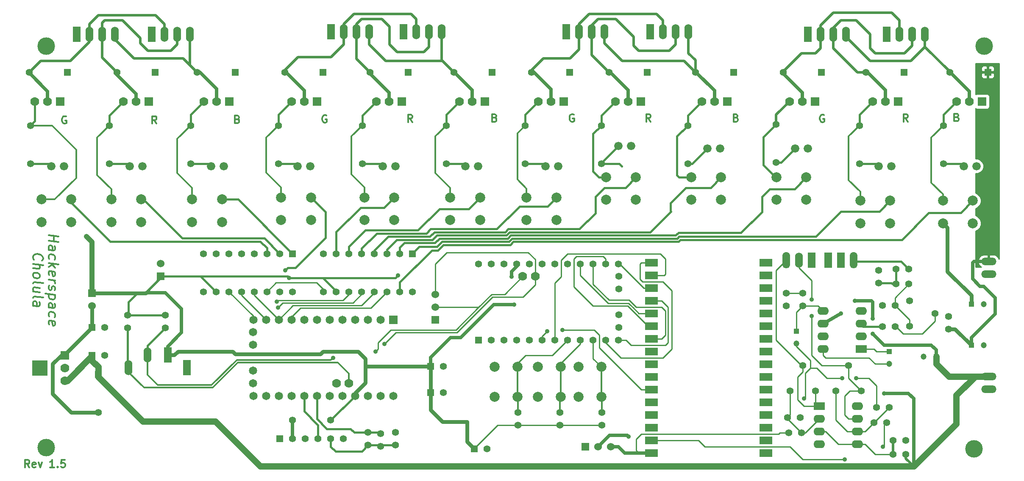
<source format=gtl>
G04 (created by PCBNEW (2013-07-07 BZR 4022)-stable) date 21/01/2015 14:04:33*
%MOIN*%
G04 Gerber Fmt 3.4, Leading zero omitted, Abs format*
%FSLAX34Y34*%
G01*
G70*
G90*
G04 APERTURE LIST*
%ADD10C,0.00590551*%
%ADD11C,0.011811*%
%ADD12C,0.0787402*%
%ADD13R,0.06X0.12*%
%ADD14O,0.06X0.13*%
%ADD15O,0.06X0.12*%
%ADD16R,0.065X0.065*%
%ADD17C,0.065*%
%ADD18C,0.07*%
%ADD19R,0.07X0.07*%
%ADD20R,0.12X0.12*%
%ADD21C,0.055*%
%ADD22C,0.066*%
%ADD23R,0.055X0.055*%
%ADD24R,0.06X0.06*%
%ADD25C,0.06*%
%ADD26R,0.0393701X0.0393701*%
%ADD27C,0.0472441*%
%ADD28C,0.137795*%
%ADD29R,0.09X0.062*%
%ADD30O,0.09X0.062*%
%ADD31O,0.1187X0.0593*%
%ADD32R,0.1X0.0590551*%
%ADD33C,0.035*%
%ADD34C,0.025*%
%ADD35C,0.027*%
%ADD36C,0.05*%
%ADD37C,0.02*%
%ADD38C,0.03*%
%ADD39C,0.01*%
%ADD40C,0.04*%
%ADD41C,0.015*%
%ADD42C,0.012*%
G04 APERTURE END LIST*
G54D10*
G54D11*
X18181Y-40635D02*
X18968Y-40734D01*
X18593Y-40687D02*
X18593Y-41137D01*
X18181Y-41085D02*
X18968Y-41183D01*
X18181Y-41797D02*
X18593Y-41849D01*
X18668Y-41821D01*
X18706Y-41751D01*
X18706Y-41601D01*
X18668Y-41521D01*
X18218Y-41802D02*
X18181Y-41722D01*
X18181Y-41535D01*
X18218Y-41465D01*
X18293Y-41437D01*
X18368Y-41446D01*
X18443Y-41493D01*
X18481Y-41572D01*
X18481Y-41760D01*
X18518Y-41840D01*
X18218Y-42515D02*
X18181Y-42435D01*
X18181Y-42285D01*
X18218Y-42215D01*
X18256Y-42182D01*
X18331Y-42154D01*
X18556Y-42182D01*
X18631Y-42229D01*
X18668Y-42271D01*
X18706Y-42351D01*
X18706Y-42500D01*
X18668Y-42571D01*
X18181Y-42847D02*
X18968Y-42946D01*
X18481Y-42960D02*
X18181Y-43147D01*
X18706Y-43213D02*
X18406Y-42875D01*
X18218Y-43789D02*
X18181Y-43710D01*
X18181Y-43560D01*
X18218Y-43489D01*
X18293Y-43461D01*
X18593Y-43499D01*
X18668Y-43546D01*
X18706Y-43625D01*
X18706Y-43775D01*
X18668Y-43846D01*
X18593Y-43874D01*
X18518Y-43864D01*
X18443Y-43480D01*
X18181Y-44160D02*
X18706Y-44225D01*
X18556Y-44207D02*
X18631Y-44253D01*
X18668Y-44296D01*
X18706Y-44375D01*
X18706Y-44450D01*
X18218Y-44614D02*
X18181Y-44685D01*
X18181Y-44835D01*
X18218Y-44914D01*
X18293Y-44961D01*
X18331Y-44966D01*
X18406Y-44938D01*
X18443Y-44867D01*
X18443Y-44755D01*
X18481Y-44685D01*
X18556Y-44656D01*
X18593Y-44661D01*
X18668Y-44708D01*
X18706Y-44788D01*
X18706Y-44900D01*
X18668Y-44970D01*
X18706Y-45350D02*
X17918Y-45252D01*
X18668Y-45345D02*
X18706Y-45425D01*
X18706Y-45575D01*
X18668Y-45645D01*
X18631Y-45678D01*
X18556Y-45706D01*
X18331Y-45678D01*
X18256Y-45631D01*
X18218Y-45589D01*
X18181Y-45509D01*
X18181Y-45360D01*
X18218Y-45289D01*
X18181Y-46334D02*
X18593Y-46386D01*
X18668Y-46358D01*
X18706Y-46288D01*
X18706Y-46138D01*
X18668Y-46058D01*
X18218Y-46339D02*
X18181Y-46259D01*
X18181Y-46072D01*
X18218Y-46002D01*
X18293Y-45973D01*
X18368Y-45983D01*
X18443Y-46030D01*
X18481Y-46109D01*
X18481Y-46297D01*
X18518Y-46377D01*
X18218Y-47051D02*
X18181Y-46972D01*
X18181Y-46822D01*
X18218Y-46752D01*
X18256Y-46719D01*
X18331Y-46691D01*
X18556Y-46719D01*
X18631Y-46766D01*
X18668Y-46808D01*
X18706Y-46887D01*
X18706Y-47037D01*
X18668Y-47108D01*
X18218Y-47689D02*
X18181Y-47609D01*
X18181Y-47459D01*
X18218Y-47389D01*
X18293Y-47361D01*
X18593Y-47398D01*
X18668Y-47445D01*
X18706Y-47525D01*
X18706Y-47675D01*
X18668Y-47745D01*
X18593Y-47773D01*
X18518Y-47764D01*
X18443Y-47380D01*
X17035Y-42575D02*
X16998Y-42533D01*
X16960Y-42416D01*
X16960Y-42341D01*
X16998Y-42233D01*
X17073Y-42168D01*
X17148Y-42140D01*
X17298Y-42121D01*
X17410Y-42135D01*
X17560Y-42191D01*
X17635Y-42238D01*
X17710Y-42322D01*
X17748Y-42440D01*
X17748Y-42515D01*
X17710Y-42622D01*
X17673Y-42655D01*
X16960Y-42904D02*
X17748Y-43002D01*
X16960Y-43241D02*
X17373Y-43293D01*
X17448Y-43264D01*
X17485Y-43194D01*
X17485Y-43082D01*
X17448Y-43002D01*
X17410Y-42960D01*
X16960Y-43728D02*
X16998Y-43658D01*
X17035Y-43625D01*
X17110Y-43597D01*
X17335Y-43625D01*
X17410Y-43672D01*
X17448Y-43714D01*
X17485Y-43794D01*
X17485Y-43907D01*
X17448Y-43977D01*
X17410Y-44010D01*
X17335Y-44038D01*
X17110Y-44010D01*
X17035Y-43963D01*
X16998Y-43921D01*
X16960Y-43841D01*
X16960Y-43728D01*
X16960Y-44441D02*
X16998Y-44371D01*
X17073Y-44342D01*
X17748Y-44427D01*
X17485Y-45144D02*
X16960Y-45078D01*
X17485Y-44806D02*
X17073Y-44755D01*
X16998Y-44783D01*
X16960Y-44853D01*
X16960Y-44966D01*
X16998Y-45045D01*
X17035Y-45088D01*
X16960Y-45566D02*
X16998Y-45495D01*
X17073Y-45467D01*
X17748Y-45552D01*
X16960Y-46203D02*
X17373Y-46255D01*
X17448Y-46227D01*
X17485Y-46156D01*
X17485Y-46006D01*
X17448Y-45927D01*
X16998Y-46208D02*
X16960Y-46128D01*
X16960Y-45941D01*
X16998Y-45870D01*
X17073Y-45842D01*
X17148Y-45852D01*
X17223Y-45899D01*
X17260Y-45978D01*
X17260Y-46166D01*
X17298Y-46245D01*
X89609Y-31347D02*
X89693Y-31375D01*
X89721Y-31403D01*
X89749Y-31459D01*
X89749Y-31543D01*
X89721Y-31600D01*
X89693Y-31628D01*
X89637Y-31656D01*
X89412Y-31656D01*
X89412Y-31065D01*
X89609Y-31065D01*
X89665Y-31093D01*
X89693Y-31122D01*
X89721Y-31178D01*
X89721Y-31234D01*
X89693Y-31290D01*
X89665Y-31318D01*
X89609Y-31347D01*
X89412Y-31347D01*
X85773Y-31695D02*
X85576Y-31414D01*
X85435Y-31695D02*
X85435Y-31105D01*
X85660Y-31105D01*
X85717Y-31133D01*
X85745Y-31161D01*
X85773Y-31217D01*
X85773Y-31302D01*
X85745Y-31358D01*
X85717Y-31386D01*
X85660Y-31414D01*
X85435Y-31414D01*
X79170Y-31172D02*
X79114Y-31144D01*
X79029Y-31144D01*
X78945Y-31172D01*
X78889Y-31228D01*
X78861Y-31285D01*
X78832Y-31397D01*
X78832Y-31482D01*
X78861Y-31594D01*
X78889Y-31650D01*
X78945Y-31706D01*
X79029Y-31735D01*
X79086Y-31735D01*
X79170Y-31706D01*
X79198Y-31678D01*
X79198Y-31482D01*
X79086Y-31482D01*
X72246Y-31386D02*
X72331Y-31414D01*
X72359Y-31442D01*
X72387Y-31498D01*
X72387Y-31583D01*
X72359Y-31639D01*
X72331Y-31667D01*
X72275Y-31695D01*
X72050Y-31695D01*
X72050Y-31105D01*
X72246Y-31105D01*
X72303Y-31133D01*
X72331Y-31161D01*
X72359Y-31217D01*
X72359Y-31273D01*
X72331Y-31330D01*
X72303Y-31358D01*
X72246Y-31386D01*
X72050Y-31386D01*
X65537Y-31695D02*
X65340Y-31414D01*
X65199Y-31695D02*
X65199Y-31105D01*
X65424Y-31105D01*
X65480Y-31133D01*
X65508Y-31161D01*
X65537Y-31217D01*
X65537Y-31302D01*
X65508Y-31358D01*
X65480Y-31386D01*
X65424Y-31414D01*
X65199Y-31414D01*
X59485Y-31133D02*
X59429Y-31105D01*
X59344Y-31105D01*
X59260Y-31133D01*
X59204Y-31189D01*
X59176Y-31245D01*
X59147Y-31358D01*
X59147Y-31442D01*
X59176Y-31555D01*
X59204Y-31611D01*
X59260Y-31667D01*
X59344Y-31695D01*
X59401Y-31695D01*
X59485Y-31667D01*
X59513Y-31639D01*
X59513Y-31442D01*
X59401Y-31442D01*
X53270Y-31386D02*
X53354Y-31414D01*
X53383Y-31442D01*
X53411Y-31498D01*
X53411Y-31583D01*
X53383Y-31639D01*
X53354Y-31667D01*
X53298Y-31695D01*
X53073Y-31695D01*
X53073Y-31105D01*
X53270Y-31105D01*
X53326Y-31133D01*
X53354Y-31161D01*
X53383Y-31217D01*
X53383Y-31273D01*
X53354Y-31330D01*
X53326Y-31358D01*
X53270Y-31386D01*
X53073Y-31386D01*
X46796Y-31735D02*
X46600Y-31453D01*
X46459Y-31735D02*
X46459Y-31144D01*
X46684Y-31144D01*
X46740Y-31172D01*
X46768Y-31200D01*
X46796Y-31257D01*
X46796Y-31341D01*
X46768Y-31397D01*
X46740Y-31425D01*
X46684Y-31453D01*
X46459Y-31453D01*
X40036Y-31212D02*
X39980Y-31183D01*
X39895Y-31183D01*
X39811Y-31212D01*
X39755Y-31268D01*
X39727Y-31324D01*
X39699Y-31437D01*
X39699Y-31521D01*
X39727Y-31633D01*
X39755Y-31690D01*
X39811Y-31746D01*
X39895Y-31774D01*
X39952Y-31774D01*
X40036Y-31746D01*
X40064Y-31718D01*
X40064Y-31521D01*
X39952Y-31521D01*
X33034Y-31504D02*
X33118Y-31532D01*
X33146Y-31560D01*
X33174Y-31616D01*
X33174Y-31701D01*
X33146Y-31757D01*
X33118Y-31785D01*
X33062Y-31813D01*
X32837Y-31813D01*
X32837Y-31223D01*
X33034Y-31223D01*
X33090Y-31251D01*
X33118Y-31279D01*
X33146Y-31335D01*
X33146Y-31392D01*
X33118Y-31448D01*
X33090Y-31476D01*
X33034Y-31504D01*
X32837Y-31504D01*
X26678Y-31853D02*
X26482Y-31571D01*
X26341Y-31853D02*
X26341Y-31262D01*
X26566Y-31262D01*
X26622Y-31290D01*
X26650Y-31318D01*
X26678Y-31375D01*
X26678Y-31459D01*
X26650Y-31515D01*
X26622Y-31543D01*
X26566Y-31571D01*
X26341Y-31571D01*
X19564Y-31290D02*
X19507Y-31262D01*
X19423Y-31262D01*
X19339Y-31290D01*
X19282Y-31347D01*
X19254Y-31403D01*
X19226Y-31515D01*
X19226Y-31600D01*
X19254Y-31712D01*
X19282Y-31768D01*
X19339Y-31825D01*
X19423Y-31853D01*
X19479Y-31853D01*
X19564Y-31825D01*
X19592Y-31796D01*
X19592Y-31600D01*
X19479Y-31600D01*
X16676Y-58939D02*
X16479Y-58657D01*
X16339Y-58939D02*
X16339Y-58348D01*
X16564Y-58348D01*
X16620Y-58376D01*
X16648Y-58404D01*
X16676Y-58460D01*
X16676Y-58545D01*
X16648Y-58601D01*
X16620Y-58629D01*
X16564Y-58657D01*
X16339Y-58657D01*
X17154Y-58910D02*
X17098Y-58939D01*
X16986Y-58939D01*
X16929Y-58910D01*
X16901Y-58854D01*
X16901Y-58629D01*
X16929Y-58573D01*
X16986Y-58545D01*
X17098Y-58545D01*
X17154Y-58573D01*
X17182Y-58629D01*
X17182Y-58685D01*
X16901Y-58742D01*
X17379Y-58545D02*
X17520Y-58939D01*
X17660Y-58545D01*
X18645Y-58939D02*
X18307Y-58939D01*
X18476Y-58939D02*
X18476Y-58348D01*
X18420Y-58432D01*
X18364Y-58489D01*
X18307Y-58517D01*
X18898Y-58882D02*
X18926Y-58910D01*
X18898Y-58939D01*
X18870Y-58910D01*
X18898Y-58882D01*
X18898Y-58939D01*
X19460Y-58348D02*
X19179Y-58348D01*
X19151Y-58629D01*
X19179Y-58601D01*
X19235Y-58573D01*
X19376Y-58573D01*
X19432Y-58601D01*
X19460Y-58629D01*
X19488Y-58685D01*
X19488Y-58826D01*
X19460Y-58882D01*
X19432Y-58910D01*
X19376Y-58939D01*
X19235Y-58939D01*
X19179Y-58910D01*
X19151Y-58882D01*
G54D12*
X62015Y-36076D03*
X64377Y-36076D03*
X62015Y-37848D03*
X64377Y-37848D03*
G54D13*
X79500Y-42600D03*
X80500Y-42600D03*
G54D14*
X81500Y-42600D03*
G54D15*
X24471Y-51082D03*
X25971Y-50082D03*
G54D13*
X29071Y-51082D03*
X27571Y-50082D03*
G54D16*
X45279Y-47295D03*
G54D17*
X44279Y-47295D03*
X43279Y-47295D03*
X42279Y-47295D03*
X41279Y-47295D03*
X40279Y-47295D03*
X39279Y-47295D03*
X38279Y-47295D03*
X37279Y-47295D03*
X36279Y-47295D03*
X35279Y-47295D03*
X34279Y-47295D03*
X34251Y-48287D03*
X34251Y-49271D03*
X34251Y-51318D03*
X34251Y-52303D03*
X34279Y-53295D03*
X35279Y-53295D03*
X36279Y-53295D03*
X37279Y-53295D03*
X38279Y-53295D03*
X39279Y-53295D03*
X40279Y-53295D03*
X41279Y-53295D03*
X42279Y-53295D03*
X43279Y-53295D03*
X44279Y-53295D03*
X45279Y-53295D03*
G54D18*
X41811Y-52303D03*
X40826Y-52303D03*
X19450Y-52100D03*
X19450Y-51100D03*
G54D19*
X19450Y-50100D03*
G54D20*
X17481Y-51100D03*
G54D21*
X49450Y-35000D03*
X49450Y-32000D03*
X16750Y-35000D03*
X16750Y-32000D03*
X22950Y-35000D03*
X22950Y-32000D03*
X29350Y-35000D03*
X29350Y-32000D03*
X36250Y-35000D03*
X36250Y-32000D03*
X42850Y-35000D03*
X42850Y-32000D03*
X88550Y-35000D03*
X88550Y-32000D03*
X81950Y-35000D03*
X81950Y-32000D03*
X55650Y-35000D03*
X55650Y-32000D03*
X61650Y-35000D03*
X61650Y-32000D03*
X68450Y-35000D03*
X68450Y-32000D03*
G54D22*
X30950Y-35200D03*
X31950Y-35200D03*
X37750Y-35200D03*
X38750Y-35200D03*
X24550Y-35200D03*
X25550Y-35200D03*
X90150Y-35200D03*
X91150Y-35200D03*
X70000Y-33800D03*
X71000Y-33800D03*
X18400Y-35200D03*
X19400Y-35200D03*
X44450Y-35200D03*
X45450Y-35200D03*
X83450Y-35200D03*
X84450Y-35200D03*
X50950Y-35200D03*
X51950Y-35200D03*
X63000Y-33600D03*
X64000Y-33600D03*
X57250Y-35200D03*
X58250Y-35200D03*
G54D23*
X46450Y-27800D03*
G54D21*
X43450Y-27800D03*
G54D23*
X85450Y-27800D03*
G54D21*
X82450Y-27800D03*
G54D23*
X65250Y-27800D03*
G54D21*
X62250Y-27800D03*
G54D23*
X19650Y-27800D03*
G54D21*
X16650Y-27800D03*
G54D23*
X26550Y-27800D03*
G54D21*
X23550Y-27800D03*
G54D23*
X92050Y-27800D03*
G54D21*
X89050Y-27800D03*
G54D23*
X78950Y-27800D03*
G54D21*
X75950Y-27800D03*
G54D23*
X59150Y-27800D03*
G54D21*
X56150Y-27800D03*
G54D23*
X32850Y-27800D03*
G54D21*
X29850Y-27800D03*
G54D23*
X72050Y-27800D03*
G54D21*
X69050Y-27800D03*
G54D23*
X39750Y-27800D03*
G54D21*
X36750Y-27800D03*
G54D23*
X53050Y-27800D03*
G54D21*
X50050Y-27800D03*
G54D18*
X37300Y-30100D03*
X38300Y-30100D03*
G54D19*
X39300Y-30100D03*
G54D18*
X89600Y-30100D03*
X90600Y-30100D03*
G54D19*
X91600Y-30100D03*
G54D18*
X17100Y-30100D03*
X18100Y-30100D03*
G54D19*
X19100Y-30100D03*
G54D18*
X24050Y-30100D03*
X25050Y-30100D03*
G54D19*
X26050Y-30100D03*
G54D18*
X30400Y-30100D03*
X31400Y-30100D03*
G54D19*
X32400Y-30100D03*
G54D18*
X43950Y-30100D03*
X44950Y-30100D03*
G54D19*
X45950Y-30100D03*
G54D18*
X50500Y-30100D03*
X51500Y-30100D03*
G54D19*
X52500Y-30100D03*
G54D18*
X56700Y-30100D03*
X57700Y-30100D03*
G54D19*
X58700Y-30100D03*
G54D18*
X62750Y-30100D03*
X63750Y-30100D03*
G54D19*
X64750Y-30100D03*
G54D18*
X69550Y-30100D03*
X70550Y-30100D03*
G54D19*
X71550Y-30100D03*
G54D18*
X76450Y-30100D03*
X77450Y-30100D03*
G54D19*
X78450Y-30100D03*
G54D18*
X83000Y-30100D03*
X84000Y-30100D03*
G54D19*
X85000Y-30100D03*
G54D23*
X21600Y-50100D03*
G54D21*
X22600Y-50100D03*
G54D23*
X21600Y-47900D03*
G54D21*
X22600Y-47900D03*
G54D24*
X21600Y-45200D03*
G54D25*
X21600Y-46200D03*
G54D12*
X88515Y-37926D03*
X90877Y-37926D03*
X88515Y-39698D03*
X90877Y-39698D03*
X43015Y-37676D03*
X45377Y-37676D03*
X43015Y-39448D03*
X45377Y-39448D03*
X82015Y-37926D03*
X84377Y-37926D03*
X82015Y-39698D03*
X84377Y-39698D03*
X49765Y-37676D03*
X52127Y-37676D03*
X49765Y-39448D03*
X52127Y-39448D03*
X36465Y-37676D03*
X38827Y-37676D03*
X36465Y-39448D03*
X38827Y-39448D03*
X75415Y-36076D03*
X77777Y-36076D03*
X75415Y-37848D03*
X77777Y-37848D03*
X55765Y-37676D03*
X58127Y-37676D03*
X55765Y-39448D03*
X58127Y-39448D03*
X29465Y-37826D03*
X31827Y-37826D03*
X29465Y-39598D03*
X31827Y-39598D03*
X23115Y-37826D03*
X25477Y-37826D03*
X23115Y-39598D03*
X25477Y-39598D03*
X68715Y-36076D03*
X71077Y-36076D03*
X68715Y-37848D03*
X71077Y-37848D03*
X17615Y-37826D03*
X19977Y-37826D03*
X17615Y-39598D03*
X19977Y-39598D03*
G54D21*
X88976Y-48039D03*
X88976Y-47039D03*
G54D23*
X51665Y-57480D03*
G54D21*
X52665Y-57480D03*
G54D26*
X90748Y-46062D03*
G54D27*
X91732Y-46062D03*
G54D26*
X90748Y-49311D03*
G54D27*
X91732Y-49311D03*
G54D21*
X75400Y-34900D03*
X75400Y-31900D03*
G54D15*
X23400Y-24800D03*
X22400Y-24800D03*
X21400Y-24800D03*
G54D13*
X20400Y-24800D03*
G54D15*
X29300Y-24800D03*
X28300Y-24800D03*
X27300Y-24800D03*
G54D13*
X26300Y-24800D03*
G54D15*
X43400Y-24600D03*
X42400Y-24600D03*
X41400Y-24600D03*
G54D13*
X40400Y-24600D03*
G54D15*
X49100Y-24600D03*
X48100Y-24600D03*
X47100Y-24600D03*
G54D13*
X46100Y-24600D03*
G54D15*
X61900Y-24600D03*
X60900Y-24600D03*
X59900Y-24600D03*
G54D13*
X58900Y-24600D03*
G54D15*
X68500Y-24600D03*
X67500Y-24600D03*
X66500Y-24600D03*
G54D13*
X65500Y-24600D03*
G54D15*
X80900Y-24800D03*
X79900Y-24800D03*
X78900Y-24800D03*
G54D13*
X77900Y-24800D03*
G54D15*
X87100Y-24800D03*
X86100Y-24800D03*
X85100Y-24800D03*
G54D13*
X84100Y-24800D03*
G54D23*
X46807Y-42102D03*
G54D21*
X45807Y-42102D03*
X44807Y-42102D03*
X43807Y-42102D03*
X42807Y-42102D03*
X41807Y-42102D03*
X40807Y-42102D03*
X39807Y-42102D03*
X39807Y-45102D03*
X40807Y-45102D03*
X41807Y-45102D03*
X42807Y-45102D03*
X43807Y-45102D03*
X44807Y-45102D03*
X45807Y-45102D03*
X46807Y-45102D03*
G54D23*
X37358Y-42102D03*
G54D21*
X36358Y-42102D03*
X35358Y-42102D03*
X34358Y-42102D03*
X33358Y-42102D03*
X32358Y-42102D03*
X31358Y-42102D03*
X30358Y-42102D03*
X30358Y-45102D03*
X31358Y-45102D03*
X32358Y-45102D03*
X33358Y-45102D03*
X34358Y-45102D03*
X35358Y-45102D03*
X36358Y-45102D03*
X37358Y-45102D03*
G54D12*
X59876Y-53384D03*
X59876Y-51022D03*
X61648Y-53384D03*
X61648Y-51022D03*
X56676Y-53384D03*
X56676Y-51022D03*
X58448Y-53384D03*
X58448Y-51022D03*
X53276Y-53384D03*
X53276Y-51022D03*
X55048Y-53384D03*
X55048Y-51022D03*
G54D23*
X22086Y-51610D03*
G54D21*
X22086Y-54610D03*
G54D24*
X27007Y-43885D03*
G54D25*
X27007Y-42885D03*
G54D23*
X48220Y-50984D03*
G54D21*
X49220Y-50984D03*
G54D23*
X48220Y-53051D03*
G54D21*
X49220Y-53051D03*
G54D22*
X76900Y-33800D03*
X77900Y-33800D03*
G54D28*
X90962Y-57492D03*
X18000Y-57393D03*
X91750Y-25750D03*
X18000Y-25750D03*
G54D23*
X36377Y-56692D03*
G54D21*
X37377Y-56692D03*
X38377Y-56692D03*
X39377Y-56692D03*
X40377Y-56692D03*
X41377Y-56692D03*
X40377Y-55216D03*
X37377Y-55216D03*
G54D29*
X78800Y-54100D03*
G54D30*
X78800Y-55100D03*
X78800Y-56100D03*
X78800Y-57100D03*
X81800Y-57100D03*
X81800Y-56100D03*
X81800Y-55100D03*
X81800Y-54100D03*
G54D29*
X82100Y-49600D03*
G54D30*
X82100Y-48600D03*
X82100Y-47600D03*
X82100Y-46600D03*
X79100Y-46600D03*
X79100Y-47600D03*
X79100Y-48600D03*
X79100Y-49600D03*
G54D26*
X77000Y-48207D03*
G54D27*
X77000Y-49192D03*
G54D26*
X87992Y-50200D03*
G54D27*
X87007Y-50200D03*
G54D21*
X77300Y-55000D03*
X76300Y-55000D03*
X85600Y-56800D03*
X84600Y-56800D03*
X84600Y-57900D03*
X85600Y-57900D03*
X76200Y-45200D03*
X76200Y-46200D03*
X84834Y-44488D03*
X85834Y-44488D03*
X85834Y-43307D03*
X84834Y-43307D03*
X76400Y-56200D03*
X77400Y-56200D03*
G54D31*
X92125Y-43708D03*
X92125Y-42708D03*
X92125Y-52763D03*
X92125Y-51763D03*
G54D26*
X84300Y-49807D03*
G54D27*
X84300Y-50792D03*
G54D21*
X83464Y-44397D03*
X83464Y-43397D03*
X84751Y-46161D03*
X83751Y-46161D03*
X84751Y-47834D03*
X83751Y-47834D03*
X77500Y-46200D03*
X77500Y-45200D03*
X24409Y-46940D03*
X24409Y-47940D03*
X27362Y-46940D03*
X27362Y-47940D03*
X45472Y-56192D03*
X45472Y-57192D03*
X44291Y-57291D03*
X44291Y-56291D03*
X43307Y-56192D03*
X43307Y-57192D03*
G54D13*
X78200Y-42600D03*
G54D15*
X77200Y-42600D03*
G54D14*
X76200Y-42600D03*
G54D32*
X74600Y-57800D03*
X74600Y-56800D03*
X74600Y-55800D03*
X74600Y-54800D03*
X74600Y-53800D03*
X74600Y-52800D03*
X74600Y-51800D03*
X74600Y-50800D03*
X74600Y-49800D03*
X74600Y-48800D03*
X74600Y-47800D03*
X74600Y-46800D03*
X74600Y-45800D03*
X74600Y-44800D03*
X74600Y-43800D03*
X74600Y-42800D03*
X65600Y-42800D03*
X65600Y-43800D03*
X65600Y-44800D03*
X65600Y-45800D03*
X65600Y-46800D03*
X65600Y-47800D03*
X65600Y-48800D03*
X65600Y-49800D03*
X65600Y-50800D03*
X65600Y-51800D03*
X65600Y-52800D03*
X65600Y-53800D03*
X65600Y-54800D03*
X65600Y-55800D03*
X65600Y-56800D03*
X65600Y-57800D03*
G54D21*
X61700Y-55600D03*
X61700Y-54600D03*
X58400Y-55600D03*
X58400Y-54600D03*
X55100Y-55600D03*
X55100Y-54600D03*
X83300Y-54200D03*
X84300Y-54200D03*
X84100Y-55400D03*
X83100Y-55400D03*
G54D23*
X52000Y-48900D03*
G54D21*
X53000Y-48900D03*
X54000Y-48900D03*
X55000Y-48900D03*
X56000Y-48900D03*
X57000Y-48900D03*
X58000Y-48900D03*
X59000Y-48900D03*
X60000Y-48900D03*
X61000Y-48900D03*
X62000Y-48900D03*
X63000Y-48900D03*
X63027Y-47907D03*
X63027Y-46923D03*
X63027Y-44876D03*
X63027Y-43892D03*
X63000Y-42900D03*
X62000Y-42900D03*
X61000Y-42900D03*
X60000Y-42900D03*
X59000Y-42900D03*
X58000Y-42900D03*
X57000Y-42900D03*
X56000Y-42900D03*
X55000Y-42900D03*
X54000Y-42900D03*
X53000Y-42900D03*
X52000Y-42900D03*
G54D18*
X55468Y-43892D03*
X56452Y-43892D03*
G54D24*
X60400Y-57300D03*
G54D25*
X61400Y-57300D03*
X62400Y-57300D03*
G54D24*
X48600Y-47300D03*
G54D25*
X48600Y-46300D03*
X48600Y-45300D03*
G54D21*
X76500Y-52900D03*
X78500Y-52900D03*
X77500Y-50900D03*
X80100Y-52900D03*
X82100Y-52900D03*
X81100Y-50900D03*
X85900Y-45800D03*
X85900Y-47800D03*
X87900Y-46800D03*
G54D33*
X83900Y-53100D03*
X80500Y-46800D03*
X81600Y-45800D03*
X83000Y-47200D03*
X83000Y-48400D03*
X54600Y-43900D03*
X54800Y-46100D03*
X21161Y-40748D03*
X45669Y-43799D03*
X37106Y-43996D03*
X36811Y-43405D03*
X44600Y-49200D03*
X40551Y-50295D03*
X43900Y-49800D03*
X63800Y-56500D03*
X83800Y-57300D03*
X80800Y-58300D03*
X81700Y-51900D03*
X80600Y-51900D03*
X77600Y-53500D03*
X58600Y-48100D03*
X57400Y-48200D03*
X78200Y-45700D03*
X78200Y-47000D03*
X36122Y-45866D03*
X36220Y-46358D03*
G54D34*
X86220Y-53520D02*
X86220Y-58858D01*
X85800Y-53100D02*
X86220Y-53520D01*
X83900Y-53100D02*
X85800Y-53100D01*
G54D35*
X79011Y-47629D02*
X79070Y-47629D01*
X79070Y-47629D02*
X80500Y-46800D01*
X81600Y-45800D02*
X82900Y-45800D01*
X82900Y-45800D02*
X83000Y-45900D01*
X83000Y-45900D02*
X83000Y-47200D01*
X83000Y-48400D02*
X83900Y-49300D01*
X83900Y-49300D02*
X87600Y-49300D01*
X87600Y-49300D02*
X87992Y-49692D01*
X87992Y-49692D02*
X87992Y-50200D01*
G54D36*
X87992Y-50200D02*
X87992Y-50771D01*
X87992Y-50771D02*
X88984Y-51763D01*
G54D37*
X85600Y-57900D02*
X85600Y-58237D01*
X85600Y-58237D02*
X86220Y-58858D01*
G54D36*
X92125Y-51763D02*
X88984Y-51763D01*
X49901Y-58858D02*
X86220Y-58858D01*
X89566Y-53248D02*
X91051Y-51763D01*
X89566Y-55511D02*
X89566Y-53248D01*
X86220Y-58858D02*
X86539Y-58539D01*
X86539Y-58539D02*
X89566Y-55511D01*
X22086Y-51610D02*
X22086Y-51811D01*
X34842Y-58858D02*
X49901Y-58858D01*
X49901Y-58858D02*
X49901Y-58858D01*
X31299Y-55314D02*
X34842Y-58858D01*
X25590Y-55314D02*
X31299Y-55314D01*
X22086Y-51811D02*
X25590Y-55314D01*
X19450Y-52100D02*
X19651Y-52100D01*
X21600Y-50151D02*
X21600Y-50100D01*
X19651Y-52100D02*
X21600Y-50151D01*
X22086Y-51610D02*
X22086Y-51023D01*
X22086Y-51023D02*
X21600Y-50537D01*
X21600Y-50537D02*
X21600Y-50100D01*
G54D38*
X88984Y-51763D02*
X91051Y-51763D01*
X91051Y-51763D02*
X92125Y-51763D01*
G54D34*
X90748Y-49311D02*
X90748Y-48720D01*
X90952Y-42708D02*
X92125Y-42708D01*
X90846Y-42814D02*
X90952Y-42708D01*
X90846Y-44094D02*
X90846Y-42814D01*
X91437Y-44685D02*
X90846Y-44094D01*
X91732Y-44685D02*
X91437Y-44685D01*
X92618Y-45570D02*
X91732Y-44685D01*
X92618Y-46850D02*
X92618Y-45570D01*
X90748Y-48720D02*
X92618Y-46850D01*
G54D38*
X88976Y-48039D02*
X89476Y-48039D01*
X89476Y-48039D02*
X90748Y-49311D01*
G54D35*
X48220Y-50984D02*
X48220Y-50279D01*
X55000Y-43100D02*
X55000Y-42900D01*
X54600Y-43500D02*
X55000Y-43100D01*
X54600Y-43900D02*
X54600Y-43500D01*
X53200Y-46100D02*
X54800Y-46100D01*
X50600Y-48700D02*
X53200Y-46100D01*
X49800Y-48700D02*
X50600Y-48700D01*
X48220Y-50279D02*
X49800Y-48700D01*
G54D39*
X58400Y-55600D02*
X61700Y-55600D01*
X55100Y-55600D02*
X58400Y-55600D01*
X51665Y-57480D02*
X51665Y-57434D01*
X53500Y-55600D02*
X55100Y-55600D01*
X51665Y-57434D02*
X53500Y-55600D01*
G54D40*
X21600Y-45200D02*
X21600Y-41186D01*
X21600Y-41186D02*
X21161Y-40748D01*
G54D38*
X51085Y-55350D02*
X51085Y-56900D01*
X51085Y-56900D02*
X51665Y-57480D01*
X48220Y-53051D02*
X48220Y-54421D01*
X49149Y-55350D02*
X51085Y-55350D01*
X48220Y-54421D02*
X49149Y-55350D01*
X48220Y-53051D02*
X48220Y-50984D01*
X48220Y-50984D02*
X43208Y-50984D01*
X43208Y-50984D02*
X43110Y-50885D01*
X27571Y-50082D02*
X28066Y-50082D01*
X42279Y-53094D02*
X42279Y-53295D01*
X43110Y-52263D02*
X42279Y-53094D01*
X43110Y-50393D02*
X43110Y-50885D01*
X43110Y-50885D02*
X43110Y-52263D01*
X42519Y-49803D02*
X43110Y-50393D01*
X39763Y-49803D02*
X42519Y-49803D01*
X39566Y-50000D02*
X39763Y-49803D01*
X32874Y-50000D02*
X39566Y-50000D01*
X32677Y-49803D02*
X32874Y-50000D01*
X28346Y-49803D02*
X32677Y-49803D01*
X28066Y-50082D02*
X28346Y-49803D01*
G54D41*
X45472Y-43996D02*
X39763Y-43996D01*
X45669Y-43799D02*
X45472Y-43996D01*
X40807Y-45102D02*
X40807Y-45039D01*
X39763Y-43996D02*
X37106Y-43996D01*
X40807Y-45039D02*
X39763Y-43996D01*
X36996Y-43885D02*
X30141Y-43885D01*
X37106Y-43996D02*
X36996Y-43885D01*
X27007Y-43885D02*
X30141Y-43885D01*
X30141Y-43885D02*
X31358Y-45102D01*
G54D38*
X90748Y-46062D02*
X90748Y-45374D01*
X88877Y-40060D02*
X88515Y-39698D01*
X88877Y-43503D02*
X88877Y-40060D01*
X90748Y-45374D02*
X88877Y-43503D01*
G54D41*
X40377Y-55216D02*
X40377Y-55196D01*
X40377Y-55196D02*
X42279Y-53295D01*
G54D34*
X27571Y-50082D02*
X27571Y-49396D01*
X27362Y-45177D02*
X25852Y-45177D01*
X28641Y-46456D02*
X27362Y-45177D01*
X28641Y-48326D02*
X28641Y-46456D01*
X27571Y-49396D02*
X28641Y-48326D01*
G54D41*
X27350Y-46937D02*
X24450Y-46937D01*
X24450Y-46937D02*
X24450Y-45924D01*
X24450Y-45924D02*
X25174Y-45200D01*
G54D37*
X27007Y-43885D02*
X27007Y-44022D01*
X27007Y-44022D02*
X25852Y-45177D01*
X25852Y-45177D02*
X25829Y-45200D01*
G54D38*
X25829Y-45200D02*
X25174Y-45200D01*
X25174Y-45200D02*
X23270Y-45200D01*
X21600Y-45200D02*
X23270Y-45200D01*
G54D41*
X67322Y-41157D02*
X67718Y-41157D01*
X67878Y-40998D02*
X68897Y-40998D01*
X67718Y-41157D02*
X67878Y-40998D01*
X54035Y-41407D02*
X54494Y-41407D01*
X54744Y-41157D02*
X56496Y-41157D01*
X54494Y-41407D02*
X54744Y-41157D01*
X48425Y-41830D02*
X48794Y-41830D01*
X49217Y-41407D02*
X50984Y-41407D01*
X48794Y-41830D02*
X49217Y-41407D01*
X45807Y-45102D02*
X45807Y-44350D01*
X89926Y-38877D02*
X90877Y-37926D01*
X50984Y-41407D02*
X54035Y-41407D01*
X56496Y-41157D02*
X67322Y-41157D01*
X68897Y-40998D02*
X85281Y-40998D01*
X85281Y-40998D02*
X87401Y-38877D01*
X87401Y-38877D02*
X89926Y-38877D01*
X48326Y-41830D02*
X48425Y-41830D01*
X45807Y-44350D02*
X48326Y-41830D01*
X31827Y-37826D02*
X33082Y-37826D01*
X33082Y-37826D02*
X37358Y-42102D01*
X25477Y-37826D02*
X25621Y-37826D01*
X35147Y-40891D02*
X36358Y-42102D01*
X28687Y-40891D02*
X35147Y-40891D01*
X25621Y-37826D02*
X28687Y-40891D01*
X35358Y-42102D02*
X35358Y-41657D01*
X19977Y-38088D02*
X19977Y-37826D01*
X23031Y-41141D02*
X19977Y-38088D01*
X34842Y-41141D02*
X23031Y-41141D01*
X35358Y-41657D02*
X34842Y-41141D01*
X67322Y-40907D02*
X67615Y-40907D01*
X67774Y-40748D02*
X68261Y-40748D01*
X67615Y-40907D02*
X67774Y-40748D01*
X54133Y-41157D02*
X54391Y-41157D01*
X54641Y-40907D02*
X56003Y-40907D01*
X54391Y-41157D02*
X54641Y-40907D01*
X48425Y-41535D02*
X48736Y-41535D01*
X49114Y-41157D02*
X50590Y-41157D01*
X48736Y-41535D02*
X49114Y-41157D01*
X46807Y-42102D02*
X46807Y-42070D01*
X83524Y-38779D02*
X84377Y-37926D01*
X50590Y-41157D02*
X54133Y-41157D01*
X56003Y-40907D02*
X67322Y-40907D01*
X68261Y-40748D02*
X78543Y-40748D01*
X78543Y-40748D02*
X80511Y-38779D01*
X80511Y-38779D02*
X83524Y-38779D01*
X47342Y-41535D02*
X48425Y-41535D01*
X46807Y-42070D02*
X47342Y-41535D01*
X74295Y-38800D02*
X74295Y-38200D01*
G54D39*
X74295Y-38795D02*
X74295Y-38800D01*
G54D41*
X45807Y-41610D02*
X46161Y-41255D01*
X46161Y-41255D02*
X48425Y-41255D01*
X50000Y-40907D02*
X54232Y-40907D01*
X45807Y-42102D02*
X45807Y-41610D01*
X48568Y-41255D02*
X48917Y-40907D01*
X48917Y-40907D02*
X50000Y-40907D01*
X48425Y-41255D02*
X48568Y-41255D01*
X54287Y-40907D02*
X54537Y-40657D01*
X54537Y-40657D02*
X55314Y-40657D01*
X54232Y-40907D02*
X54287Y-40907D01*
X72637Y-40452D02*
X74295Y-38795D01*
X67716Y-40452D02*
X72637Y-40452D01*
X67511Y-40657D02*
X67716Y-40452D01*
X55314Y-40657D02*
X67511Y-40657D01*
X74295Y-38200D02*
X74295Y-37604D01*
X76854Y-37000D02*
X77777Y-36076D01*
X74900Y-37000D02*
X76854Y-37000D01*
X74295Y-37604D02*
X74900Y-37000D01*
X67100Y-38800D02*
X67100Y-38100D01*
X70254Y-36900D02*
X71077Y-36076D01*
X68300Y-36900D02*
X70254Y-36900D01*
X67100Y-38100D02*
X68300Y-36900D01*
G54D39*
X67100Y-38779D02*
X67100Y-38800D01*
X67100Y-38800D02*
X67100Y-38300D01*
G54D41*
X53937Y-40657D02*
X54184Y-40657D01*
X44807Y-41769D02*
X45570Y-41005D01*
X45570Y-41005D02*
X47834Y-41005D01*
X67125Y-38779D02*
X67100Y-38779D01*
X65498Y-40407D02*
X67125Y-38779D01*
X54822Y-40407D02*
X65498Y-40407D01*
X49704Y-40657D02*
X53937Y-40657D01*
X44807Y-42102D02*
X44807Y-41769D01*
X48372Y-41005D02*
X48720Y-40657D01*
X48720Y-40657D02*
X49704Y-40657D01*
X47834Y-41005D02*
X48372Y-41005D01*
X54184Y-40657D02*
X54434Y-40407D01*
X54434Y-40407D02*
X54822Y-40407D01*
X61200Y-38898D02*
X61200Y-37600D01*
X63554Y-36900D02*
X64377Y-36076D01*
X61900Y-36900D02*
X63554Y-36900D01*
X61200Y-37600D02*
X61900Y-36900D01*
X43807Y-42102D02*
X43807Y-41830D01*
X59940Y-40157D02*
X61200Y-38898D01*
X54330Y-40157D02*
X59940Y-40157D01*
X54080Y-40407D02*
X54330Y-40157D01*
X48523Y-40407D02*
X54080Y-40407D01*
X48175Y-40755D02*
X48523Y-40407D01*
X44881Y-40755D02*
X48175Y-40755D01*
X43807Y-41830D02*
X44881Y-40755D01*
X42807Y-42102D02*
X42807Y-41694D01*
X57418Y-38385D02*
X58127Y-37676D01*
X55216Y-38385D02*
X57418Y-38385D01*
X53444Y-40157D02*
X55216Y-38385D01*
X48228Y-40157D02*
X53444Y-40157D01*
X47879Y-40505D02*
X48228Y-40157D01*
X43996Y-40505D02*
X47879Y-40505D01*
X42807Y-41694D02*
X43996Y-40505D01*
X41807Y-42102D02*
X41807Y-41559D01*
X51221Y-38582D02*
X52127Y-37676D01*
X48917Y-38582D02*
X51221Y-38582D01*
X47244Y-40255D02*
X48917Y-38582D01*
X43110Y-40255D02*
X47244Y-40255D01*
X41807Y-41559D02*
X43110Y-40255D01*
X40807Y-42102D02*
X40807Y-40393D01*
X44570Y-38484D02*
X45377Y-37676D01*
X42716Y-38484D02*
X44570Y-38484D01*
X40807Y-40393D02*
X42716Y-38484D01*
X39960Y-38809D02*
X38827Y-37676D01*
X39960Y-40846D02*
X39960Y-38809D01*
X37598Y-43208D02*
X39960Y-40846D01*
X37007Y-43208D02*
X37598Y-43208D01*
X36811Y-43405D02*
X37007Y-43208D01*
X39377Y-56692D02*
X39377Y-55618D01*
X38279Y-54519D02*
X38279Y-53295D01*
X39377Y-55618D02*
X38279Y-54519D01*
X43307Y-56192D02*
X42216Y-56192D01*
X39279Y-55125D02*
X39279Y-53295D01*
X40059Y-55905D02*
X39279Y-55125D01*
X41929Y-55905D02*
X40059Y-55905D01*
X42216Y-56192D02*
X41929Y-55905D01*
X43307Y-56192D02*
X44389Y-56192D01*
G54D39*
X48600Y-45300D02*
X48600Y-42900D01*
X56452Y-42552D02*
X56452Y-43892D01*
X55900Y-42000D02*
X56452Y-42552D01*
X49500Y-42000D02*
X55900Y-42000D01*
X48600Y-42900D02*
X49500Y-42000D01*
X56452Y-44547D02*
X56452Y-43892D01*
X55500Y-45500D02*
X56452Y-44547D01*
X53100Y-45500D02*
X55500Y-45500D01*
X50300Y-48300D02*
X53100Y-45500D01*
X45500Y-48300D02*
X50300Y-48300D01*
X44600Y-49200D02*
X45500Y-48300D01*
G54D42*
X25971Y-50082D02*
X25971Y-51660D01*
X40377Y-50468D02*
X40551Y-50295D01*
X32979Y-50468D02*
X40377Y-50468D01*
X31011Y-52437D02*
X32979Y-50468D01*
X26748Y-52437D02*
X31011Y-52437D01*
X25971Y-51660D02*
X26748Y-52437D01*
G54D41*
X25971Y-50082D02*
X25971Y-49331D01*
X25971Y-49331D02*
X27362Y-47940D01*
G54D39*
X48600Y-46300D02*
X52017Y-46300D01*
X52017Y-46300D02*
X52008Y-46308D01*
X54060Y-45299D02*
X55468Y-43892D01*
X53017Y-45299D02*
X54060Y-45299D01*
X50217Y-48099D02*
X52008Y-46308D01*
X52008Y-46308D02*
X53017Y-45299D01*
X45100Y-48099D02*
X50217Y-48099D01*
X44100Y-49100D02*
X45100Y-48099D01*
X44100Y-49600D02*
X44100Y-49100D01*
X43900Y-49800D02*
X44100Y-49600D01*
G54D42*
X24471Y-51082D02*
X24471Y-51440D01*
X41811Y-51555D02*
X41811Y-52303D01*
X40944Y-50688D02*
X41811Y-51555D01*
X33070Y-50688D02*
X40944Y-50688D01*
X31102Y-52657D02*
X33070Y-50688D01*
X25688Y-52657D02*
X31102Y-52657D01*
X24471Y-51440D02*
X25688Y-52657D01*
G54D41*
X24409Y-47940D02*
X24409Y-51020D01*
X24409Y-51020D02*
X24471Y-51082D01*
G54D35*
X61400Y-57300D02*
X62000Y-56700D01*
X63700Y-56400D02*
X63800Y-56500D01*
X62300Y-56400D02*
X63700Y-56400D01*
X62000Y-56700D02*
X62300Y-56400D01*
G54D39*
X65600Y-56800D02*
X69300Y-56800D01*
X83900Y-55600D02*
X84100Y-55400D01*
X83900Y-57200D02*
X83900Y-55600D01*
X83800Y-57300D02*
X83900Y-57200D01*
X77500Y-58300D02*
X80800Y-58300D01*
X76500Y-57300D02*
X77500Y-58300D01*
X69800Y-57300D02*
X76500Y-57300D01*
X69300Y-56800D02*
X69800Y-57300D01*
X78100Y-51100D02*
X78600Y-51100D01*
X83300Y-52500D02*
X83300Y-54200D01*
X82700Y-51900D02*
X83300Y-52500D01*
X81700Y-51900D02*
X82700Y-51900D01*
X79400Y-51900D02*
X80600Y-51900D01*
X78600Y-51100D02*
X79400Y-51900D01*
X77000Y-49400D02*
X77000Y-49192D01*
X78100Y-50500D02*
X77000Y-49400D01*
X78100Y-51100D02*
X78100Y-50500D01*
X77700Y-51500D02*
X78100Y-51100D01*
X77700Y-53400D02*
X77700Y-51500D01*
X77600Y-53500D02*
X77700Y-53400D01*
G54D42*
X55048Y-53384D02*
X55048Y-51022D01*
X55100Y-54600D02*
X55100Y-53436D01*
X55100Y-53436D02*
X55048Y-53384D01*
G54D39*
X55048Y-51022D02*
X55048Y-50751D01*
X55048Y-50751D02*
X55700Y-50100D01*
X55700Y-50100D02*
X57800Y-50100D01*
X57800Y-50100D02*
X59000Y-48900D01*
G54D37*
X41400Y-24600D02*
X41400Y-24000D01*
X47100Y-23600D02*
X47100Y-24600D01*
X46700Y-23200D02*
X47100Y-23600D01*
X42200Y-23200D02*
X46700Y-23200D01*
X41400Y-24000D02*
X42200Y-23200D01*
X36750Y-27800D02*
X36750Y-27650D01*
X41400Y-25600D02*
X41400Y-24600D01*
X40400Y-26600D02*
X41400Y-25600D01*
X37800Y-26600D02*
X40400Y-26600D01*
X36750Y-27650D02*
X37800Y-26600D01*
G54D34*
X36750Y-27800D02*
X36850Y-27800D01*
X38300Y-29250D02*
X38300Y-30100D01*
X36850Y-27800D02*
X38300Y-29250D01*
G54D37*
X59900Y-24600D02*
X59900Y-24000D01*
X66500Y-23700D02*
X66500Y-24600D01*
X66000Y-23200D02*
X66500Y-23700D01*
X60700Y-23200D02*
X66000Y-23200D01*
X59900Y-24000D02*
X60700Y-23200D01*
X56150Y-27800D02*
X56150Y-27650D01*
X59900Y-26000D02*
X59900Y-24600D01*
X59200Y-26700D02*
X59900Y-26000D01*
X57100Y-26700D02*
X59200Y-26700D01*
X56150Y-27650D02*
X57100Y-26700D01*
G54D34*
X56150Y-27800D02*
X56350Y-27800D01*
X57700Y-29150D02*
X57700Y-30100D01*
X56350Y-27800D02*
X57700Y-29150D01*
G54D41*
X49450Y-35000D02*
X50750Y-35000D01*
X50750Y-35000D02*
X50950Y-35200D01*
G54D37*
X42400Y-24600D02*
X42400Y-24000D01*
X48100Y-25800D02*
X48100Y-24600D01*
X47700Y-26200D02*
X48100Y-25800D01*
X45600Y-26200D02*
X47700Y-26200D01*
X45000Y-25600D02*
X45600Y-26200D01*
X45000Y-24200D02*
X45000Y-25600D01*
X44400Y-23600D02*
X45000Y-24200D01*
X42800Y-23600D02*
X44400Y-23600D01*
X42400Y-24000D02*
X42800Y-23600D01*
X42400Y-24600D02*
X42400Y-26750D01*
X42400Y-26750D02*
X43450Y-27800D01*
G54D34*
X43450Y-27800D02*
X43450Y-27900D01*
X44950Y-29400D02*
X44950Y-30100D01*
X43450Y-27900D02*
X44950Y-29400D01*
G54D42*
X49765Y-37676D02*
X49765Y-36915D01*
X48600Y-32850D02*
X49450Y-32000D01*
X48600Y-35750D02*
X48600Y-32850D01*
X49765Y-36915D02*
X48600Y-35750D01*
G54D41*
X49450Y-32000D02*
X49450Y-31150D01*
X49450Y-31150D02*
X50500Y-30100D01*
X16750Y-35000D02*
X18200Y-35000D01*
X18200Y-35000D02*
X18400Y-35200D01*
G54D38*
X21600Y-47900D02*
X21600Y-46200D01*
X19450Y-50100D02*
X19450Y-50050D01*
X19450Y-50050D02*
X21600Y-47900D01*
X19450Y-50100D02*
X19191Y-50100D01*
X19964Y-54610D02*
X22086Y-54610D01*
X18503Y-53149D02*
X19964Y-54610D01*
X18503Y-50787D02*
X18503Y-53149D01*
X19191Y-50100D02*
X18503Y-50787D01*
X19450Y-50050D02*
X21600Y-47900D01*
G54D34*
X19450Y-50050D02*
X21600Y-47900D01*
G54D37*
X19450Y-50050D02*
X21600Y-47900D01*
G54D42*
X17615Y-37826D02*
X18673Y-37826D01*
X18450Y-32000D02*
X16750Y-32000D01*
X20350Y-33900D02*
X18450Y-32000D01*
X20350Y-36150D02*
X20350Y-33900D01*
X18673Y-37826D02*
X20350Y-36150D01*
G54D41*
X17100Y-30100D02*
X17100Y-31650D01*
X17100Y-31650D02*
X16750Y-32000D01*
G54D42*
X23115Y-37826D02*
X23115Y-37015D01*
X22000Y-32950D02*
X22950Y-32000D01*
X22000Y-35900D02*
X22000Y-32950D01*
X23115Y-37015D02*
X22000Y-35900D01*
G54D41*
X22950Y-32000D02*
X22950Y-31200D01*
X22950Y-31200D02*
X24050Y-30100D01*
X42850Y-35000D02*
X44250Y-35000D01*
X44250Y-35000D02*
X44450Y-35200D01*
G54D37*
X22400Y-24800D02*
X22400Y-23900D01*
X28300Y-25600D02*
X28300Y-24800D01*
X27800Y-26100D02*
X28300Y-25600D01*
X26000Y-26100D02*
X27800Y-26100D01*
X25400Y-25500D02*
X26000Y-26100D01*
X25400Y-25100D02*
X25400Y-25500D01*
X24000Y-23700D02*
X25400Y-25100D01*
X22600Y-23700D02*
X24000Y-23700D01*
X22400Y-23900D02*
X22600Y-23700D01*
X22400Y-24800D02*
X22400Y-26650D01*
X22400Y-26650D02*
X23550Y-27800D01*
G54D34*
X23550Y-27800D02*
X23550Y-28000D01*
X25050Y-29500D02*
X25050Y-30100D01*
X23550Y-28000D02*
X25050Y-29500D01*
G54D41*
X29350Y-35000D02*
X30750Y-35000D01*
X30750Y-35000D02*
X30950Y-35200D01*
G54D42*
X29465Y-37826D02*
X29465Y-36915D01*
X28300Y-33050D02*
X29350Y-32000D01*
X28300Y-35750D02*
X28300Y-33050D01*
X29465Y-36915D02*
X28300Y-35750D01*
G54D41*
X29350Y-32000D02*
X29350Y-31150D01*
X29350Y-31150D02*
X30400Y-30100D01*
G54D37*
X21400Y-24800D02*
X21400Y-24000D01*
X27300Y-24000D02*
X27300Y-24800D01*
X26600Y-23300D02*
X27300Y-24000D01*
X22100Y-23300D02*
X26600Y-23300D01*
X21400Y-24000D02*
X22100Y-23300D01*
X21400Y-24800D02*
X21400Y-25400D01*
X17550Y-26900D02*
X16650Y-27800D01*
X19900Y-26900D02*
X17550Y-26900D01*
X21400Y-25400D02*
X19900Y-26900D01*
G54D34*
X16650Y-27800D02*
X16650Y-27850D01*
X18100Y-29300D02*
X18100Y-30100D01*
X16650Y-27850D02*
X18100Y-29300D01*
G54D41*
X22950Y-35000D02*
X24350Y-35000D01*
X24350Y-35000D02*
X24550Y-35200D01*
G54D39*
X81800Y-56100D02*
X82400Y-56100D01*
X82400Y-56100D02*
X83100Y-55400D01*
X80100Y-52900D02*
X80100Y-55200D01*
X81000Y-56100D02*
X81800Y-56100D01*
X80100Y-55200D02*
X81000Y-56100D01*
X83100Y-55400D02*
X84300Y-54200D01*
X76500Y-52900D02*
X76500Y-54800D01*
X76500Y-54800D02*
X76300Y-55000D01*
X77400Y-56200D02*
X77700Y-56200D01*
X77700Y-56200D02*
X78800Y-55100D01*
X76300Y-55000D02*
X76300Y-55100D01*
X76300Y-55100D02*
X77400Y-56200D01*
G54D42*
X43015Y-37676D02*
X43015Y-36865D01*
X42000Y-32850D02*
X42850Y-32000D01*
X42000Y-35850D02*
X42000Y-32850D01*
X43015Y-36865D02*
X42000Y-35850D01*
G54D41*
X42850Y-32000D02*
X42850Y-31200D01*
X42850Y-31200D02*
X43950Y-30100D01*
X88550Y-35000D02*
X89950Y-35000D01*
X89950Y-35000D02*
X90150Y-35200D01*
G54D42*
X88515Y-37926D02*
X88515Y-37415D01*
X87600Y-32950D02*
X88550Y-32000D01*
X87600Y-36500D02*
X87600Y-32950D01*
X88515Y-37415D02*
X87600Y-36500D01*
G54D41*
X88550Y-32000D02*
X88550Y-31150D01*
X88550Y-31150D02*
X89600Y-30100D01*
G54D37*
X89050Y-27800D02*
X89050Y-27750D01*
X89050Y-27750D02*
X87100Y-25800D01*
X80900Y-24800D02*
X80900Y-25000D01*
X80900Y-25000D02*
X82800Y-26900D01*
X82800Y-26900D02*
X86000Y-26900D01*
X86000Y-26900D02*
X87100Y-25800D01*
X87100Y-25800D02*
X87100Y-24800D01*
G54D34*
X89050Y-27800D02*
X89100Y-27800D01*
X90600Y-29300D02*
X90600Y-30100D01*
X89100Y-27800D02*
X90600Y-29300D01*
G54D37*
X23400Y-24800D02*
X23400Y-25200D01*
X28750Y-26700D02*
X29300Y-27250D01*
X24900Y-26700D02*
X28750Y-26700D01*
X23400Y-25200D02*
X24900Y-26700D01*
X29300Y-24800D02*
X29300Y-27250D01*
X29300Y-27250D02*
X29850Y-27800D01*
G54D34*
X29850Y-27800D02*
X30100Y-27800D01*
X31400Y-29100D02*
X31400Y-30100D01*
X30100Y-27800D02*
X31400Y-29100D01*
G54D41*
X68450Y-35000D02*
X68800Y-35000D01*
X68800Y-35000D02*
X70000Y-33800D01*
X68715Y-36076D02*
X67776Y-36076D01*
X67600Y-32850D02*
X68450Y-32000D01*
X67600Y-35900D02*
X67600Y-32850D01*
X67776Y-36076D02*
X67600Y-35900D01*
X68450Y-32000D02*
X68450Y-31200D01*
X68450Y-31200D02*
X69550Y-30100D01*
G54D37*
X69050Y-27800D02*
X69050Y-26850D01*
X68500Y-26300D02*
X68500Y-24600D01*
X69050Y-26850D02*
X68500Y-26300D01*
X61900Y-24600D02*
X61900Y-25500D01*
X68150Y-26900D02*
X69050Y-27800D01*
X63300Y-26900D02*
X68150Y-26900D01*
X61900Y-25500D02*
X63300Y-26900D01*
G54D34*
X69050Y-27800D02*
X69100Y-27800D01*
X70550Y-29250D02*
X70550Y-30100D01*
X69100Y-27800D02*
X70550Y-29250D01*
G54D41*
X61650Y-35000D02*
X61650Y-34950D01*
X61650Y-34950D02*
X63000Y-33600D01*
X61650Y-35000D02*
X63050Y-35000D01*
X63050Y-35000D02*
X63250Y-35200D01*
X62015Y-36076D02*
X61476Y-36076D01*
X61000Y-32650D02*
X61650Y-32000D01*
X61000Y-35600D02*
X61000Y-32650D01*
X61476Y-36076D02*
X61000Y-35600D01*
X61650Y-32000D02*
X61650Y-31200D01*
X61650Y-31200D02*
X62750Y-30100D01*
X81950Y-35000D02*
X83250Y-35000D01*
X83250Y-35000D02*
X83450Y-35200D01*
G54D42*
X82015Y-37926D02*
X82015Y-37215D01*
X81100Y-32850D02*
X81950Y-32000D01*
X81100Y-36300D02*
X81100Y-32850D01*
X82015Y-37215D02*
X81100Y-36300D01*
G54D41*
X81950Y-32000D02*
X81950Y-31150D01*
X81950Y-31150D02*
X83000Y-30100D01*
X36250Y-35000D02*
X37550Y-35000D01*
X37550Y-35000D02*
X37750Y-35200D01*
G54D37*
X79900Y-24800D02*
X79900Y-24300D01*
X86100Y-25700D02*
X86100Y-24800D01*
X85500Y-26300D02*
X86100Y-25700D01*
X83200Y-26300D02*
X85500Y-26300D01*
X82800Y-25900D02*
X83200Y-26300D01*
X82800Y-24800D02*
X82800Y-25900D01*
X81700Y-23700D02*
X82800Y-24800D01*
X80500Y-23700D02*
X81700Y-23700D01*
X79900Y-24300D02*
X80500Y-23700D01*
X79900Y-24800D02*
X79900Y-25900D01*
X81800Y-27800D02*
X82450Y-27800D01*
X79900Y-25900D02*
X81800Y-27800D01*
G54D34*
X82450Y-27800D02*
X82600Y-27800D01*
X84000Y-29200D02*
X84000Y-30100D01*
X82600Y-27800D02*
X84000Y-29200D01*
G54D41*
X75400Y-34900D02*
X75800Y-34900D01*
X75800Y-34900D02*
X76900Y-33800D01*
X75415Y-36076D02*
X75376Y-36076D01*
X74400Y-32900D02*
X75400Y-31900D01*
X74400Y-35100D02*
X74400Y-32900D01*
X75376Y-36076D02*
X74400Y-35100D01*
G54D37*
X75400Y-31900D02*
X75400Y-31150D01*
X75400Y-31150D02*
X76450Y-30100D01*
X78900Y-24800D02*
X78900Y-24100D01*
X85100Y-23700D02*
X85100Y-24800D01*
X84500Y-23100D02*
X85100Y-23700D01*
X79900Y-23100D02*
X84500Y-23100D01*
X78900Y-24100D02*
X79900Y-23100D01*
X75950Y-27800D02*
X75950Y-27750D01*
X78900Y-25900D02*
X78900Y-24800D01*
X78500Y-26300D02*
X78900Y-25900D01*
X77400Y-26300D02*
X78500Y-26300D01*
X75950Y-27750D02*
X77400Y-26300D01*
G54D34*
X75950Y-27800D02*
X75950Y-27900D01*
X77450Y-29400D02*
X77450Y-30100D01*
X75950Y-27900D02*
X77450Y-29400D01*
G54D41*
X81511Y-42716D02*
X85244Y-42716D01*
X85244Y-42716D02*
X85834Y-43307D01*
G54D39*
X57000Y-48900D02*
X57000Y-48600D01*
X64800Y-52800D02*
X65600Y-52800D01*
X61500Y-49500D02*
X64800Y-52800D01*
X61500Y-48500D02*
X61500Y-49500D01*
X61100Y-48100D02*
X61500Y-48500D01*
X58600Y-48100D02*
X61100Y-48100D01*
X57000Y-48600D02*
X57400Y-48200D01*
X63000Y-48900D02*
X63600Y-48900D01*
X66400Y-45800D02*
X65600Y-45800D01*
X66900Y-46300D02*
X66400Y-45800D01*
X66900Y-49099D02*
X66900Y-46300D01*
X66700Y-49300D02*
X66900Y-49099D01*
X64000Y-49300D02*
X66700Y-49300D01*
X63600Y-48900D02*
X64000Y-49300D01*
X62000Y-48900D02*
X62000Y-49100D01*
X64800Y-42800D02*
X65600Y-42800D01*
X64700Y-42900D02*
X64800Y-42800D01*
X64700Y-44100D02*
X64700Y-42900D01*
X64900Y-44300D02*
X64700Y-44100D01*
X66500Y-44300D02*
X64900Y-44300D01*
X67200Y-45000D02*
X66500Y-44300D01*
X67200Y-49600D02*
X67200Y-45000D01*
X67100Y-49700D02*
X67200Y-49600D01*
X66500Y-50300D02*
X67100Y-49700D01*
X63200Y-50300D02*
X66500Y-50300D01*
X62000Y-49100D02*
X63200Y-50300D01*
X58000Y-48900D02*
X58000Y-44400D01*
X66600Y-43800D02*
X65600Y-43800D01*
X66700Y-43700D02*
X66600Y-43800D01*
X66700Y-42500D02*
X66700Y-43700D01*
X66299Y-42099D02*
X66700Y-42500D01*
X59000Y-42099D02*
X66299Y-42099D01*
X58500Y-42600D02*
X59000Y-42099D01*
X58500Y-43900D02*
X58500Y-42600D01*
X58000Y-44400D02*
X58500Y-43900D01*
X76200Y-45200D02*
X77500Y-45200D01*
G54D42*
X36465Y-37676D02*
X36465Y-36865D01*
X35300Y-32950D02*
X36250Y-32000D01*
X35300Y-35700D02*
X35300Y-32950D01*
X36465Y-36865D02*
X35300Y-35700D01*
G54D41*
X36250Y-32000D02*
X36250Y-31150D01*
X36250Y-31150D02*
X37300Y-30100D01*
X83464Y-44397D02*
X84456Y-44397D01*
X84547Y-44488D02*
X84834Y-44488D01*
X84456Y-44397D02*
X84547Y-44488D01*
X84834Y-44488D02*
X84834Y-43307D01*
G54D34*
X37377Y-56692D02*
X37377Y-55216D01*
G54D39*
X77000Y-48207D02*
X77000Y-46700D01*
X77000Y-46700D02*
X77500Y-46200D01*
X77500Y-46200D02*
X78700Y-46200D01*
X78700Y-46200D02*
X79100Y-46600D01*
X79100Y-49600D02*
X79100Y-50100D01*
X83192Y-50792D02*
X84300Y-50792D01*
X82700Y-50300D02*
X83192Y-50792D01*
X79300Y-50300D02*
X82700Y-50300D01*
X79100Y-50100D02*
X79300Y-50300D01*
X82100Y-49600D02*
X83100Y-49600D01*
X83307Y-49807D02*
X84300Y-49807D01*
X83100Y-49600D02*
X83307Y-49807D01*
G54D41*
X83751Y-47834D02*
X82216Y-47834D01*
X82216Y-47834D02*
X82011Y-47629D01*
G54D39*
X84751Y-47834D02*
X84834Y-47834D01*
X87900Y-47400D02*
X87900Y-46800D01*
X86900Y-48400D02*
X87900Y-47400D01*
X85400Y-48400D02*
X86900Y-48400D01*
X84834Y-47834D02*
X85400Y-48400D01*
X84751Y-46161D02*
X84751Y-45570D01*
X84751Y-45570D02*
X85834Y-44488D01*
X85900Y-47800D02*
X85900Y-47309D01*
X85900Y-47309D02*
X84751Y-46161D01*
X77500Y-50900D02*
X77500Y-51400D01*
X77600Y-54100D02*
X78800Y-54100D01*
X77100Y-53600D02*
X77600Y-54100D01*
X77100Y-51800D02*
X77100Y-53600D01*
X77500Y-51400D02*
X77100Y-51800D01*
X78500Y-52900D02*
X78500Y-53800D01*
X78500Y-53800D02*
X78800Y-54100D01*
X77500Y-50900D02*
X77400Y-50900D01*
X75400Y-43400D02*
X76200Y-42600D01*
X75400Y-48900D02*
X75400Y-43400D01*
X77400Y-50900D02*
X75400Y-48900D01*
G54D37*
X43400Y-24600D02*
X43400Y-25600D01*
X49050Y-26900D02*
X49100Y-26850D01*
X44700Y-26900D02*
X49050Y-26900D01*
X43400Y-25600D02*
X44700Y-26900D01*
X49100Y-24600D02*
X49100Y-26850D01*
X49100Y-26850D02*
X50050Y-27800D01*
G54D34*
X50050Y-27800D02*
X50100Y-27800D01*
X51500Y-29200D02*
X51500Y-30100D01*
X50100Y-27800D02*
X51500Y-29200D01*
G54D39*
X81100Y-50900D02*
X79000Y-50900D01*
X77200Y-43200D02*
X77200Y-42600D01*
X78200Y-44200D02*
X77200Y-43200D01*
X78200Y-45700D02*
X78200Y-44200D01*
X78200Y-50100D02*
X78200Y-47000D01*
X79000Y-50900D02*
X78200Y-50100D01*
X81800Y-55100D02*
X81100Y-55100D01*
X81200Y-52900D02*
X82100Y-52900D01*
X80800Y-53300D02*
X81200Y-52900D01*
X80800Y-54800D02*
X80800Y-53300D01*
X81100Y-55100D02*
X80800Y-54800D01*
X81100Y-50900D02*
X81100Y-51900D01*
X81100Y-51900D02*
X82100Y-52900D01*
X63000Y-42900D02*
X63100Y-42900D01*
X65000Y-44800D02*
X65600Y-44800D01*
X63100Y-42900D02*
X65000Y-44800D01*
X65600Y-47800D02*
X65317Y-47800D01*
X61000Y-46200D02*
X61000Y-46200D01*
X63717Y-46200D02*
X61000Y-46200D01*
X65317Y-47800D02*
X63717Y-46200D01*
X62000Y-42900D02*
X62000Y-42500D01*
X59500Y-44700D02*
X61000Y-46200D01*
X59500Y-42500D02*
X59500Y-44700D01*
X59700Y-42300D02*
X59500Y-42500D01*
X61800Y-42300D02*
X59700Y-42300D01*
X62000Y-42500D02*
X61800Y-42300D01*
X62250Y-45750D02*
X63832Y-45750D01*
X63832Y-45750D02*
X64182Y-46099D01*
X61000Y-42900D02*
X61000Y-44500D01*
X66400Y-48800D02*
X65600Y-48800D01*
X64182Y-46099D02*
X64382Y-46300D01*
X64382Y-46300D02*
X66400Y-46300D01*
X66400Y-46300D02*
X66700Y-46600D01*
X66700Y-46600D02*
X66700Y-48500D01*
X66700Y-48500D02*
X66400Y-48800D01*
X61000Y-44500D02*
X62250Y-45750D01*
X64150Y-46350D02*
X63900Y-46100D01*
X63800Y-46000D02*
X62200Y-46000D01*
X63900Y-46100D02*
X63800Y-46000D01*
X60000Y-42900D02*
X60000Y-43800D01*
X60000Y-43800D02*
X62200Y-46000D01*
X64600Y-46800D02*
X65600Y-46800D01*
X64150Y-46350D02*
X64600Y-46800D01*
X39807Y-45102D02*
X39807Y-44925D01*
X36070Y-44389D02*
X35358Y-45102D01*
X39271Y-44389D02*
X36070Y-44389D01*
X39807Y-44925D02*
X39271Y-44389D01*
G54D42*
X55765Y-37676D02*
X55765Y-36965D01*
X55050Y-32600D02*
X55650Y-32000D01*
X55050Y-36250D02*
X55050Y-32600D01*
X55765Y-36965D02*
X55050Y-36250D01*
G54D41*
X55650Y-32000D02*
X55650Y-31150D01*
X55650Y-31150D02*
X56700Y-30100D01*
X40377Y-56692D02*
X40377Y-57307D01*
X42822Y-57677D02*
X43307Y-57192D01*
X40748Y-57677D02*
X42822Y-57677D01*
X40377Y-57307D02*
X40748Y-57677D01*
X44389Y-57192D02*
X43307Y-57192D01*
X45472Y-57192D02*
X44389Y-57192D01*
G54D37*
X60900Y-24600D02*
X60900Y-24100D01*
X67500Y-25600D02*
X67500Y-24600D01*
X67000Y-26100D02*
X67500Y-25600D01*
X64600Y-26100D02*
X67000Y-26100D01*
X64200Y-25700D02*
X64600Y-26100D01*
X64200Y-25000D02*
X64200Y-25700D01*
X62800Y-23600D02*
X64200Y-25000D01*
X61400Y-23600D02*
X62800Y-23600D01*
X60900Y-24100D02*
X61400Y-23600D01*
X60900Y-24600D02*
X60900Y-26450D01*
X60900Y-26450D02*
X62250Y-27800D01*
G54D34*
X62250Y-27800D02*
X62350Y-27800D01*
X63750Y-29200D02*
X63750Y-30100D01*
X62350Y-27800D02*
X63750Y-29200D01*
G54D41*
X55650Y-35000D02*
X57050Y-35000D01*
X57050Y-35000D02*
X57250Y-35200D01*
G54D42*
X58448Y-53384D02*
X58448Y-51022D01*
X58400Y-54600D02*
X58400Y-53432D01*
X58400Y-53432D02*
X58448Y-53384D01*
G54D39*
X58448Y-51022D02*
X58448Y-50751D01*
X58448Y-50751D02*
X60000Y-49200D01*
X60000Y-49200D02*
X60000Y-48900D01*
G54D42*
X61648Y-51022D02*
X61648Y-53384D01*
X61700Y-54600D02*
X61700Y-53436D01*
X61700Y-53436D02*
X61648Y-53384D01*
G54D39*
X61000Y-48900D02*
X61000Y-50374D01*
X61000Y-50374D02*
X61648Y-51022D01*
G54D35*
X62400Y-57300D02*
X63000Y-57300D01*
X63500Y-57800D02*
X65600Y-57800D01*
X63000Y-57300D02*
X63500Y-57800D01*
G54D39*
X76400Y-56200D02*
X75700Y-56200D01*
X64600Y-57800D02*
X65600Y-57800D01*
X64400Y-57600D02*
X64600Y-57800D01*
X64400Y-56700D02*
X64400Y-57600D01*
X64800Y-56300D02*
X64400Y-56700D01*
X75600Y-56300D02*
X64800Y-56300D01*
X75700Y-56200D02*
X75600Y-56300D01*
X41807Y-45102D02*
X41807Y-45299D01*
X36220Y-45767D02*
X36122Y-45866D01*
X41338Y-45767D02*
X36220Y-45767D01*
X41807Y-45299D02*
X41338Y-45767D01*
X34279Y-47295D02*
X34279Y-47023D01*
X34279Y-47023D02*
X32358Y-45102D01*
X37279Y-47295D02*
X37279Y-47070D01*
X43541Y-46367D02*
X44807Y-45102D01*
X37982Y-46367D02*
X43541Y-46367D01*
X37279Y-47070D02*
X37982Y-46367D01*
X42807Y-45102D02*
X42807Y-45283D01*
X36611Y-45967D02*
X36220Y-46358D01*
X42122Y-45967D02*
X36611Y-45967D01*
X42807Y-45283D02*
X42122Y-45967D01*
X33358Y-45102D02*
X33358Y-45374D01*
X33358Y-45374D02*
X35279Y-47295D01*
X43807Y-45102D02*
X43807Y-45169D01*
X37407Y-46167D02*
X36279Y-47295D01*
X42808Y-46167D02*
X37407Y-46167D01*
X43807Y-45169D02*
X42808Y-46167D01*
X34358Y-45102D02*
X34358Y-45374D01*
X34358Y-45374D02*
X36279Y-47295D01*
X78800Y-56100D02*
X79300Y-56100D01*
X80300Y-57100D02*
X81800Y-57100D01*
X79300Y-56100D02*
X80300Y-57100D01*
X81800Y-57100D02*
X82400Y-57100D01*
X83200Y-57900D02*
X84600Y-57900D01*
X82400Y-57100D02*
X83200Y-57900D01*
G54D37*
X84600Y-57900D02*
X84600Y-56800D01*
G54D10*
G36*
X92930Y-42514D02*
X92844Y-42357D01*
X92678Y-42222D01*
X92575Y-42192D01*
X92575Y-28025D01*
X92575Y-27574D01*
X92574Y-27475D01*
X92536Y-27383D01*
X92466Y-27312D01*
X92374Y-27274D01*
X92162Y-27275D01*
X92100Y-27337D01*
X92100Y-27750D01*
X92512Y-27750D01*
X92575Y-27687D01*
X92575Y-27574D01*
X92575Y-28025D01*
X92575Y-27912D01*
X92512Y-27850D01*
X92100Y-27850D01*
X92100Y-28262D01*
X92162Y-28325D01*
X92374Y-28325D01*
X92466Y-28287D01*
X92536Y-28216D01*
X92574Y-28124D01*
X92575Y-28025D01*
X92575Y-42192D01*
X92472Y-42162D01*
X92175Y-42162D01*
X92175Y-42658D01*
X92183Y-42658D01*
X92183Y-42758D01*
X92175Y-42758D01*
X92175Y-42766D01*
X92075Y-42766D01*
X92075Y-42758D01*
X92075Y-42658D01*
X92075Y-42162D01*
X91778Y-42162D01*
X91573Y-42222D01*
X91407Y-42357D01*
X91304Y-42545D01*
X91299Y-42574D01*
X91347Y-42658D01*
X92075Y-42658D01*
X92075Y-42758D01*
X91347Y-42758D01*
X91299Y-42843D01*
X91304Y-42871D01*
X91407Y-43059D01*
X91529Y-43158D01*
X91240Y-43158D01*
X91093Y-43158D01*
X91093Y-42814D01*
X91093Y-40305D01*
X91242Y-40244D01*
X91423Y-40063D01*
X91521Y-39826D01*
X91521Y-39570D01*
X91423Y-39333D01*
X91243Y-39152D01*
X91093Y-39090D01*
X91093Y-38533D01*
X91242Y-38472D01*
X91423Y-38291D01*
X91521Y-38054D01*
X91521Y-37798D01*
X91423Y-37562D01*
X91243Y-37380D01*
X91093Y-37318D01*
X91093Y-35779D01*
X91264Y-35780D01*
X91478Y-35691D01*
X91641Y-35528D01*
X91729Y-35315D01*
X91730Y-35085D01*
X91641Y-34871D01*
X91478Y-34708D01*
X91265Y-34620D01*
X91093Y-34619D01*
X91093Y-30646D01*
X91108Y-30661D01*
X91200Y-30699D01*
X91299Y-30700D01*
X91999Y-30700D01*
X92091Y-30662D01*
X92161Y-30591D01*
X92199Y-30499D01*
X92200Y-30400D01*
X92200Y-29700D01*
X92162Y-29608D01*
X92091Y-29538D01*
X92000Y-29500D01*
X92000Y-28262D01*
X92000Y-27850D01*
X92000Y-27750D01*
X92000Y-27337D01*
X91937Y-27275D01*
X91725Y-27274D01*
X91633Y-27312D01*
X91563Y-27383D01*
X91525Y-27475D01*
X91524Y-27574D01*
X91525Y-27687D01*
X91587Y-27750D01*
X92000Y-27750D01*
X92000Y-27850D01*
X91587Y-27850D01*
X91525Y-27912D01*
X91524Y-28025D01*
X91525Y-28124D01*
X91563Y-28216D01*
X91633Y-28287D01*
X91725Y-28325D01*
X91937Y-28325D01*
X92000Y-28262D01*
X92000Y-29500D01*
X91999Y-29500D01*
X91900Y-29499D01*
X91200Y-29499D01*
X91108Y-29537D01*
X91093Y-29553D01*
X91093Y-27116D01*
X92930Y-27116D01*
X92930Y-42514D01*
X92930Y-42514D01*
G37*
G54D39*
X92930Y-42514D02*
X92844Y-42357D01*
X92678Y-42222D01*
X92575Y-42192D01*
X92575Y-28025D01*
X92575Y-27574D01*
X92574Y-27475D01*
X92536Y-27383D01*
X92466Y-27312D01*
X92374Y-27274D01*
X92162Y-27275D01*
X92100Y-27337D01*
X92100Y-27750D01*
X92512Y-27750D01*
X92575Y-27687D01*
X92575Y-27574D01*
X92575Y-28025D01*
X92575Y-27912D01*
X92512Y-27850D01*
X92100Y-27850D01*
X92100Y-28262D01*
X92162Y-28325D01*
X92374Y-28325D01*
X92466Y-28287D01*
X92536Y-28216D01*
X92574Y-28124D01*
X92575Y-28025D01*
X92575Y-42192D01*
X92472Y-42162D01*
X92175Y-42162D01*
X92175Y-42658D01*
X92183Y-42658D01*
X92183Y-42758D01*
X92175Y-42758D01*
X92175Y-42766D01*
X92075Y-42766D01*
X92075Y-42758D01*
X92075Y-42658D01*
X92075Y-42162D01*
X91778Y-42162D01*
X91573Y-42222D01*
X91407Y-42357D01*
X91304Y-42545D01*
X91299Y-42574D01*
X91347Y-42658D01*
X92075Y-42658D01*
X92075Y-42758D01*
X91347Y-42758D01*
X91299Y-42843D01*
X91304Y-42871D01*
X91407Y-43059D01*
X91529Y-43158D01*
X91240Y-43158D01*
X91093Y-43158D01*
X91093Y-42814D01*
X91093Y-40305D01*
X91242Y-40244D01*
X91423Y-40063D01*
X91521Y-39826D01*
X91521Y-39570D01*
X91423Y-39333D01*
X91243Y-39152D01*
X91093Y-39090D01*
X91093Y-38533D01*
X91242Y-38472D01*
X91423Y-38291D01*
X91521Y-38054D01*
X91521Y-37798D01*
X91423Y-37562D01*
X91243Y-37380D01*
X91093Y-37318D01*
X91093Y-35779D01*
X91264Y-35780D01*
X91478Y-35691D01*
X91641Y-35528D01*
X91729Y-35315D01*
X91730Y-35085D01*
X91641Y-34871D01*
X91478Y-34708D01*
X91265Y-34620D01*
X91093Y-34619D01*
X91093Y-30646D01*
X91108Y-30661D01*
X91200Y-30699D01*
X91299Y-30700D01*
X91999Y-30700D01*
X92091Y-30662D01*
X92161Y-30591D01*
X92199Y-30499D01*
X92200Y-30400D01*
X92200Y-29700D01*
X92162Y-29608D01*
X92091Y-29538D01*
X92000Y-29500D01*
X92000Y-28262D01*
X92000Y-27850D01*
X92000Y-27750D01*
X92000Y-27337D01*
X91937Y-27275D01*
X91725Y-27274D01*
X91633Y-27312D01*
X91563Y-27383D01*
X91525Y-27475D01*
X91524Y-27574D01*
X91525Y-27687D01*
X91587Y-27750D01*
X92000Y-27750D01*
X92000Y-27850D01*
X91587Y-27850D01*
X91525Y-27912D01*
X91524Y-28025D01*
X91525Y-28124D01*
X91563Y-28216D01*
X91633Y-28287D01*
X91725Y-28325D01*
X91937Y-28325D01*
X92000Y-28262D01*
X92000Y-29500D01*
X91999Y-29500D01*
X91900Y-29499D01*
X91200Y-29499D01*
X91108Y-29537D01*
X91093Y-29553D01*
X91093Y-27116D01*
X92930Y-27116D01*
X92930Y-42514D01*
M02*

</source>
